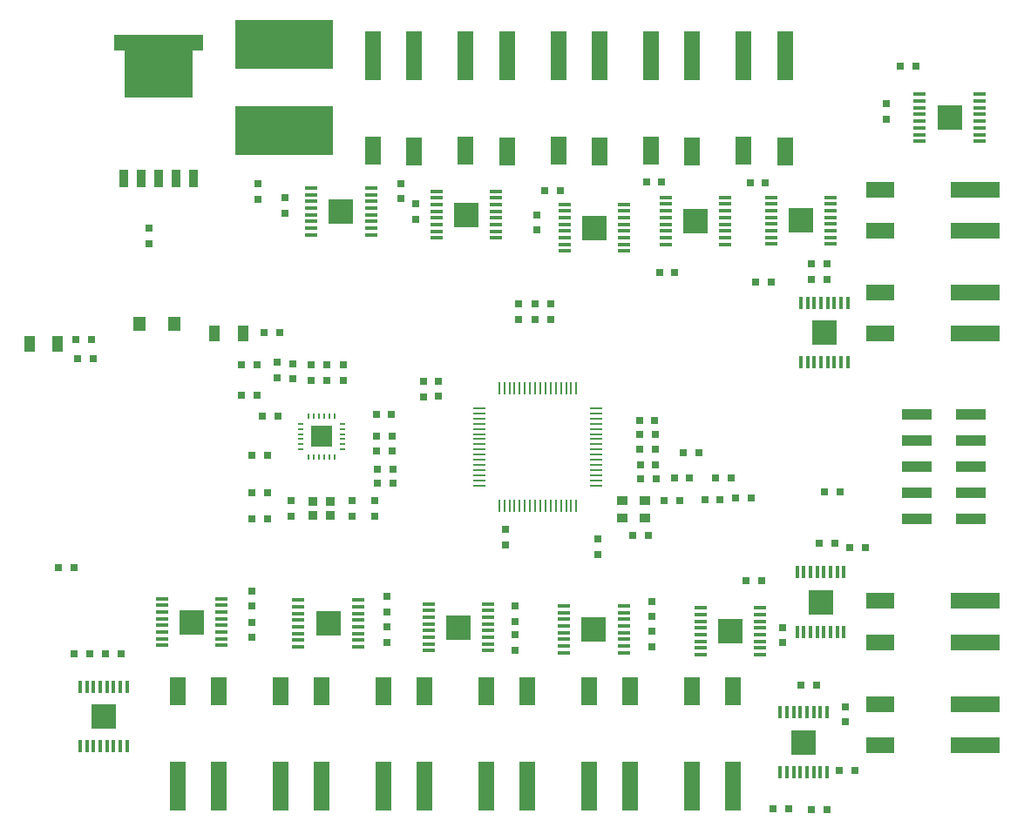
<source format=gtp>
G04 #@! TF.FileFunction,Paste,Top*
%FSLAX46Y46*%
G04 Gerber Fmt 4.6, Leading zero omitted, Abs format (unit mm)*
G04 Created by KiCad (PCBNEW 4.0.7-e2-6376~58~ubuntu16.04.1) date Mon Aug 27 17:08:27 2018*
%MOMM*%
%LPD*%
G01*
G04 APERTURE LIST*
%ADD10C,0.050000*%
%ADD11R,0.719328X0.800608*%
%ADD12R,0.720000X0.800000*%
%ADD13R,0.800608X0.719328*%
%ADD14R,0.800000X0.720000*%
%ADD15R,1.000000X1.600000*%
%ADD16R,1.216000X1.344000*%
%ADD17R,2.848000X1.016000*%
%ADD18R,1.600000X2.800000*%
%ADD19R,1.600000X4.800000*%
%ADD20R,2.800000X1.600000*%
%ADD21R,4.800000X1.600000*%
%ADD22R,9.600000X4.800000*%
%ADD23R,2.400000X2.400000*%
%ADD24R,1.200000X0.360000*%
%ADD25R,0.360000X1.200000*%
%ADD26R,1.999488X1.999488*%
%ADD27O,0.640080X0.199136*%
%ADD28O,0.199136X0.640080*%
%ADD29R,8.640000X1.528000*%
%ADD30R,0.856000X1.728000*%
%ADD31R,6.664000X5.592000*%
%ADD32R,1.120000X0.960000*%
%ADD33R,0.960000X0.880000*%
%ADD34R,1.200000X0.240000*%
%ADD35R,0.240000X1.200000*%
G04 APERTURE END LIST*
D10*
D11*
X149818160Y-80020000D03*
D12*
X151321840Y-80020000D03*
D13*
X128325000Y-92101840D03*
D14*
X128325000Y-90598160D03*
D13*
X126925000Y-92126840D03*
D14*
X126925000Y-90623160D03*
D11*
X149451840Y-98725000D03*
D12*
X147948160Y-98725000D03*
D13*
X134830000Y-106501840D03*
D14*
X134830000Y-104998160D03*
D11*
X147898160Y-95825000D03*
D12*
X149401840Y-95825000D03*
D11*
X149376840Y-94425000D03*
D12*
X147873160Y-94425000D03*
D13*
X143870000Y-107451840D03*
D14*
X143870000Y-105948160D03*
D13*
X136125000Y-83098160D03*
D14*
X136125000Y-84601840D03*
D11*
X158751840Y-102000000D03*
D12*
X157248160Y-102000000D03*
D13*
X137700000Y-83123160D03*
D14*
X137700000Y-84626840D03*
D11*
X151776840Y-102250000D03*
D12*
X150273160Y-102250000D03*
D11*
X148726840Y-105575000D03*
D12*
X147223160Y-105575000D03*
D11*
X151248160Y-100000000D03*
D12*
X152751840Y-100000000D03*
D13*
X137922000Y-74432160D03*
D14*
X137922000Y-75935840D03*
D11*
X148538160Y-71280000D03*
D12*
X150041840Y-71280000D03*
D11*
X138678160Y-72100000D03*
D12*
X140181840Y-72100000D03*
D13*
X126120000Y-73338160D03*
D14*
X126120000Y-74841840D03*
D13*
X113400000Y-72748160D03*
D14*
X113400000Y-74251840D03*
D13*
X124714000Y-72887840D03*
D14*
X124714000Y-71384160D03*
D13*
X110800000Y-72951840D03*
D14*
X110800000Y-71448160D03*
D11*
X166851840Y-106370000D03*
D12*
X165348160Y-106370000D03*
D13*
X166100000Y-79188160D03*
D14*
X166100000Y-80691840D03*
D11*
X168288160Y-106760000D03*
D12*
X169791840Y-106760000D03*
D13*
X164560000Y-80701840D03*
D14*
X164560000Y-79198160D03*
D13*
X171900000Y-63638160D03*
D14*
X171900000Y-65141840D03*
D11*
X160671840Y-81000000D03*
D12*
X159168160Y-81000000D03*
D11*
X173248160Y-60000000D03*
D12*
X174751840Y-60000000D03*
D11*
X158618160Y-71330000D03*
D12*
X160121840Y-71330000D03*
D13*
X135790000Y-116761840D03*
D14*
X135790000Y-115258160D03*
D13*
X149110000Y-116421840D03*
D14*
X149110000Y-114918160D03*
D13*
X135760000Y-112498160D03*
D14*
X135760000Y-114001840D03*
D13*
X149098000Y-112024160D03*
D14*
X149098000Y-113527840D03*
D13*
X161798000Y-116067840D03*
D14*
X161798000Y-114564160D03*
D11*
X165089840Y-120142000D03*
D12*
X163586160Y-120142000D03*
D11*
X159751840Y-110000000D03*
D12*
X158248160Y-110000000D03*
D13*
X167910000Y-123771840D03*
D14*
X167910000Y-122268160D03*
D11*
X97525840Y-117094000D03*
D12*
X96022160Y-117094000D03*
D13*
X110236000Y-115559840D03*
D14*
X110236000Y-114056160D03*
D13*
X123380000Y-116031840D03*
D14*
X123380000Y-114528160D03*
D11*
X92974160Y-117094000D03*
D12*
X94477840Y-117094000D03*
D13*
X110236000Y-111008160D03*
D14*
X110236000Y-112511840D03*
D13*
X123360000Y-113061840D03*
D14*
X123360000Y-111558160D03*
D11*
X160878160Y-132200000D03*
D12*
X162381840Y-132200000D03*
D13*
X114200000Y-88898160D03*
D14*
X114200000Y-90401840D03*
D11*
X110751840Y-89000000D03*
D12*
X109248160Y-89000000D03*
D11*
X123921840Y-99160000D03*
D12*
X122418160Y-99160000D03*
D11*
X111248160Y-94000000D03*
D12*
X112751840Y-94000000D03*
D13*
X114000000Y-102248160D03*
D14*
X114000000Y-103751840D03*
D11*
X110751840Y-92000000D03*
D12*
X109248160Y-92000000D03*
D11*
X123851840Y-97425000D03*
D12*
X122348160Y-97425000D03*
D13*
X120000000Y-103751840D03*
D14*
X120000000Y-102248160D03*
D13*
X119100000Y-88998160D03*
D14*
X119100000Y-90501840D03*
D11*
X111751840Y-97800000D03*
D12*
X110248160Y-97800000D03*
D11*
X110248160Y-101500000D03*
D12*
X111751840Y-101500000D03*
D15*
X88625000Y-87000000D03*
X91375000Y-87000000D03*
D16*
X102700000Y-85000000D03*
X99300000Y-85000000D03*
D15*
X106625000Y-86000000D03*
X109375000Y-86000000D03*
D17*
X174835000Y-96390000D03*
X174835000Y-93850000D03*
X180045000Y-93850000D03*
X180045000Y-96390000D03*
X180045000Y-104030000D03*
X180045000Y-101490000D03*
X180045000Y-98950000D03*
X174835000Y-98950000D03*
X174835000Y-101490000D03*
X174835000Y-104030000D03*
D18*
X127000000Y-120800000D03*
D19*
X127000000Y-130000000D03*
X123000000Y-130000000D03*
D18*
X123000000Y-120750000D03*
X122000000Y-68200000D03*
D19*
X122000000Y-59000000D03*
X126000000Y-59000000D03*
D18*
X126000000Y-68250000D03*
D20*
X171300000Y-122000000D03*
D21*
X180500000Y-122000000D03*
X180500000Y-126000000D03*
D20*
X171250000Y-126000000D03*
D18*
X158000000Y-68200000D03*
D19*
X158000000Y-59000000D03*
X162000000Y-59000000D03*
D18*
X162000000Y-68250000D03*
X117000000Y-120800000D03*
D19*
X117000000Y-130000000D03*
X113000000Y-130000000D03*
D18*
X113000000Y-120750000D03*
X131000000Y-68200000D03*
D19*
X131000000Y-59000000D03*
X135000000Y-59000000D03*
D18*
X135000000Y-68250000D03*
X157000000Y-120800000D03*
D19*
X157000000Y-130000000D03*
X153000000Y-130000000D03*
D18*
X153000000Y-120750000D03*
D20*
X171300000Y-72000000D03*
D21*
X180500000Y-72000000D03*
X180500000Y-76000000D03*
D20*
X171250000Y-76000000D03*
D18*
X107000000Y-120800000D03*
D19*
X107000000Y-130000000D03*
X103000000Y-130000000D03*
D18*
X103000000Y-120750000D03*
X140000000Y-68200000D03*
D19*
X140000000Y-59000000D03*
X144000000Y-59000000D03*
D18*
X144000000Y-68250000D03*
X147000000Y-120800000D03*
D19*
X147000000Y-130000000D03*
X143000000Y-130000000D03*
D18*
X143000000Y-120750000D03*
D20*
X171300000Y-82000000D03*
D21*
X180500000Y-82000000D03*
X180500000Y-86000000D03*
D20*
X171250000Y-86000000D03*
D18*
X149000000Y-68200000D03*
D19*
X149000000Y-59000000D03*
X153000000Y-59000000D03*
D18*
X153000000Y-68250000D03*
X137000000Y-120800000D03*
D19*
X137000000Y-130000000D03*
X133000000Y-130000000D03*
D18*
X133000000Y-120750000D03*
D20*
X171300000Y-112000000D03*
D21*
X180500000Y-112000000D03*
X180500000Y-116000000D03*
D20*
X171250000Y-116000000D03*
D11*
X149401840Y-97225000D03*
X147898160Y-97225000D03*
D13*
X139275000Y-84626840D03*
X139275000Y-83123160D03*
X112650000Y-90301840D03*
X112650000Y-88798160D03*
D22*
X113350000Y-57830000D03*
X113350000Y-66230000D03*
D11*
X155248160Y-100000000D03*
X156751840Y-100000000D03*
X155726840Y-102150000D03*
X154223160Y-102150000D03*
X153676840Y-97550000D03*
X152173160Y-97550000D03*
X167375840Y-101346000D03*
X165872160Y-101346000D03*
X167288160Y-128490000D03*
X168791840Y-128490000D03*
X166071840Y-132320000D03*
X164568160Y-132320000D03*
X123801840Y-93850000D03*
X122298160Y-93850000D03*
X123951840Y-100570000D03*
X122448160Y-100570000D03*
X123826840Y-96000000D03*
X122323160Y-96000000D03*
D13*
X122150000Y-103751840D03*
X122150000Y-102248160D03*
X115950000Y-90501840D03*
X115950000Y-88998160D03*
D11*
X147973160Y-100075000D03*
X149476840Y-100075000D03*
D13*
X117500000Y-90501840D03*
X117500000Y-88998160D03*
D11*
X92953840Y-108712000D03*
X91450160Y-108712000D03*
X94811840Y-88440000D03*
X93308160Y-88440000D03*
X94641840Y-86550000D03*
X93138160Y-86550000D03*
D13*
X100200000Y-77251840D03*
X100200000Y-75748160D03*
D11*
X112951840Y-85900000D03*
X111448160Y-85900000D03*
D23*
X153310000Y-75020000D03*
D24*
X150410000Y-76645000D03*
X150410000Y-77295000D03*
X150410000Y-75995000D03*
X150410000Y-75345000D03*
X150410000Y-72745000D03*
X150410000Y-73395000D03*
X150410000Y-74695000D03*
X150410000Y-74045000D03*
X156210000Y-74045000D03*
X156210000Y-74695000D03*
X156210000Y-73395000D03*
X156210000Y-72745000D03*
X156210000Y-75345000D03*
X156210000Y-75995000D03*
X156210000Y-77295000D03*
X156210000Y-76645000D03*
D23*
X143510000Y-75692000D03*
D24*
X140610000Y-77317000D03*
X140610000Y-77967000D03*
X140610000Y-76667000D03*
X140610000Y-76017000D03*
X140610000Y-73417000D03*
X140610000Y-74067000D03*
X140610000Y-75367000D03*
X140610000Y-74717000D03*
X146410000Y-74717000D03*
X146410000Y-75367000D03*
X146410000Y-74067000D03*
X146410000Y-73417000D03*
X146410000Y-76017000D03*
X146410000Y-76667000D03*
X146410000Y-77967000D03*
X146410000Y-77317000D03*
D23*
X131064000Y-74422000D03*
D24*
X128164000Y-76047000D03*
X128164000Y-76697000D03*
X128164000Y-75397000D03*
X128164000Y-74747000D03*
X128164000Y-72147000D03*
X128164000Y-72797000D03*
X128164000Y-74097000D03*
X128164000Y-73447000D03*
X133964000Y-73447000D03*
X133964000Y-74097000D03*
X133964000Y-72797000D03*
X133964000Y-72147000D03*
X133964000Y-74747000D03*
X133964000Y-75397000D03*
X133964000Y-76697000D03*
X133964000Y-76047000D03*
D23*
X118900000Y-74100000D03*
D24*
X116000000Y-75725000D03*
X116000000Y-76375000D03*
X116000000Y-75075000D03*
X116000000Y-74425000D03*
X116000000Y-71825000D03*
X116000000Y-72475000D03*
X116000000Y-73775000D03*
X116000000Y-73125000D03*
X121800000Y-73125000D03*
X121800000Y-73775000D03*
X121800000Y-72475000D03*
X121800000Y-71825000D03*
X121800000Y-74425000D03*
X121800000Y-75075000D03*
X121800000Y-76375000D03*
X121800000Y-75725000D03*
D23*
X165470000Y-112090000D03*
D25*
X163845000Y-109190000D03*
X163195000Y-109190000D03*
X164495000Y-109190000D03*
X165145000Y-109190000D03*
X167745000Y-109190000D03*
X167095000Y-109190000D03*
X165795000Y-109190000D03*
X166445000Y-109190000D03*
X166445000Y-114990000D03*
X165795000Y-114990000D03*
X167095000Y-114990000D03*
X167745000Y-114990000D03*
X165145000Y-114990000D03*
X164495000Y-114990000D03*
X163195000Y-114990000D03*
X163845000Y-114990000D03*
D23*
X165825000Y-85875000D03*
D25*
X164200000Y-82975000D03*
X163550000Y-82975000D03*
X164850000Y-82975000D03*
X165500000Y-82975000D03*
X168100000Y-82975000D03*
X167450000Y-82975000D03*
X166150000Y-82975000D03*
X166800000Y-82975000D03*
X166800000Y-88775000D03*
X166150000Y-88775000D03*
X167450000Y-88775000D03*
X168100000Y-88775000D03*
X165500000Y-88775000D03*
X164850000Y-88775000D03*
X163550000Y-88775000D03*
X164200000Y-88775000D03*
D23*
X178000000Y-65000000D03*
D24*
X175100000Y-66625000D03*
X175100000Y-67275000D03*
X175100000Y-65975000D03*
X175100000Y-65325000D03*
X175100000Y-62725000D03*
X175100000Y-63375000D03*
X175100000Y-64675000D03*
X175100000Y-64025000D03*
X180900000Y-64025000D03*
X180900000Y-64675000D03*
X180900000Y-63375000D03*
X180900000Y-62725000D03*
X180900000Y-65325000D03*
X180900000Y-65975000D03*
X180900000Y-67275000D03*
X180900000Y-66625000D03*
D23*
X163575000Y-75000000D03*
D24*
X160675000Y-76625000D03*
X160675000Y-77275000D03*
X160675000Y-75975000D03*
X160675000Y-75325000D03*
X160675000Y-72725000D03*
X160675000Y-73375000D03*
X160675000Y-74675000D03*
X160675000Y-74025000D03*
X166475000Y-74025000D03*
X166475000Y-74675000D03*
X166475000Y-73375000D03*
X166475000Y-72725000D03*
X166475000Y-75325000D03*
X166475000Y-75975000D03*
X166475000Y-77275000D03*
X166475000Y-76625000D03*
D23*
X130302000Y-114554000D03*
D24*
X133202000Y-112929000D03*
X133202000Y-112279000D03*
X133202000Y-113579000D03*
X133202000Y-114229000D03*
X133202000Y-116829000D03*
X133202000Y-116179000D03*
X133202000Y-114879000D03*
X133202000Y-115529000D03*
X127402000Y-115529000D03*
X127402000Y-114879000D03*
X127402000Y-116179000D03*
X127402000Y-116829000D03*
X127402000Y-114229000D03*
X127402000Y-113579000D03*
X127402000Y-112279000D03*
X127402000Y-112929000D03*
D23*
X143440000Y-114750000D03*
D24*
X146340000Y-113125000D03*
X146340000Y-112475000D03*
X146340000Y-113775000D03*
X146340000Y-114425000D03*
X146340000Y-117025000D03*
X146340000Y-116375000D03*
X146340000Y-115075000D03*
X146340000Y-115725000D03*
X140540000Y-115725000D03*
X140540000Y-115075000D03*
X140540000Y-116375000D03*
X140540000Y-117025000D03*
X140540000Y-114425000D03*
X140540000Y-113775000D03*
X140540000Y-112475000D03*
X140540000Y-113125000D03*
D23*
X156690000Y-114950000D03*
D24*
X159590000Y-113325000D03*
X159590000Y-112675000D03*
X159590000Y-113975000D03*
X159590000Y-114625000D03*
X159590000Y-117225000D03*
X159590000Y-116575000D03*
X159590000Y-115275000D03*
X159590000Y-115925000D03*
X153790000Y-115925000D03*
X153790000Y-115275000D03*
X153790000Y-116575000D03*
X153790000Y-117225000D03*
X153790000Y-114625000D03*
X153790000Y-113975000D03*
X153790000Y-112675000D03*
X153790000Y-113325000D03*
D23*
X163830000Y-125730000D03*
D25*
X162205000Y-122830000D03*
X161555000Y-122830000D03*
X162855000Y-122830000D03*
X163505000Y-122830000D03*
X166105000Y-122830000D03*
X165455000Y-122830000D03*
X164155000Y-122830000D03*
X164805000Y-122830000D03*
X164805000Y-128630000D03*
X164155000Y-128630000D03*
X165455000Y-128630000D03*
X166105000Y-128630000D03*
X163505000Y-128630000D03*
X162855000Y-128630000D03*
X161555000Y-128630000D03*
X162205000Y-128630000D03*
D23*
X95825000Y-123225000D03*
D25*
X94200000Y-120325000D03*
X93550000Y-120325000D03*
X94850000Y-120325000D03*
X95500000Y-120325000D03*
X98100000Y-120325000D03*
X97450000Y-120325000D03*
X96150000Y-120325000D03*
X96800000Y-120325000D03*
X96800000Y-126125000D03*
X96150000Y-126125000D03*
X97450000Y-126125000D03*
X98100000Y-126125000D03*
X95500000Y-126125000D03*
X94850000Y-126125000D03*
X93550000Y-126125000D03*
X94200000Y-126125000D03*
D23*
X104394000Y-114046000D03*
D24*
X107294000Y-112421000D03*
X107294000Y-111771000D03*
X107294000Y-113071000D03*
X107294000Y-113721000D03*
X107294000Y-116321000D03*
X107294000Y-115671000D03*
X107294000Y-114371000D03*
X107294000Y-115021000D03*
X101494000Y-115021000D03*
X101494000Y-114371000D03*
X101494000Y-115671000D03*
X101494000Y-116321000D03*
X101494000Y-113721000D03*
X101494000Y-113071000D03*
X101494000Y-111771000D03*
X101494000Y-112421000D03*
D23*
X117650000Y-114180000D03*
D24*
X120550000Y-112555000D03*
X120550000Y-111905000D03*
X120550000Y-113205000D03*
X120550000Y-113855000D03*
X120550000Y-116455000D03*
X120550000Y-115805000D03*
X120550000Y-114505000D03*
X120550000Y-115155000D03*
X114750000Y-115155000D03*
X114750000Y-114505000D03*
X114750000Y-115805000D03*
X114750000Y-116455000D03*
X114750000Y-113855000D03*
X114750000Y-113205000D03*
X114750000Y-111905000D03*
X114750000Y-112555000D03*
D26*
X117000000Y-96000000D03*
D27*
X115001020Y-94750320D03*
X115001020Y-95250700D03*
X115001020Y-95751080D03*
X115001020Y-96248920D03*
X115001020Y-96749300D03*
X115001020Y-97249680D03*
D28*
X115750320Y-97998980D03*
X116250700Y-97998980D03*
X116751080Y-97998980D03*
X117248920Y-97998980D03*
X117749300Y-97998980D03*
X118249680Y-97998980D03*
D27*
X118998980Y-97249680D03*
X118998980Y-96749300D03*
X118998980Y-96248920D03*
X118998980Y-95751080D03*
X118998980Y-95250700D03*
X118998980Y-94750320D03*
D28*
X118249680Y-94001020D03*
X117749300Y-94001020D03*
X117248920Y-94001020D03*
X116751080Y-94001020D03*
X116250700Y-94001020D03*
X115750320Y-94001020D03*
D29*
X101160000Y-57690000D03*
D30*
X102860000Y-70900000D03*
X104560000Y-70900000D03*
X101160000Y-70900000D03*
X99460000Y-70900000D03*
X97760000Y-70900000D03*
D31*
X101160000Y-60225000D03*
X101160000Y-60225000D03*
D29*
X101160000Y-57690000D03*
D32*
X148425000Y-102225000D03*
X146225000Y-102225000D03*
X148425000Y-103925000D03*
X146225000Y-103925000D03*
D33*
X116150000Y-103700000D03*
X117850000Y-103700000D03*
X116150000Y-102300000D03*
X117850000Y-102300000D03*
D34*
X143700000Y-94750000D03*
X143700000Y-94250000D03*
X143700000Y-93250000D03*
X143700000Y-93750000D03*
D35*
X134750000Y-102700000D03*
X134250000Y-102700000D03*
X135750000Y-102700000D03*
X135250000Y-102700000D03*
D34*
X132300000Y-99250000D03*
X132300000Y-99750000D03*
X132300000Y-100250000D03*
X132300000Y-100750000D03*
D35*
X134250000Y-91300000D03*
X135750000Y-91300000D03*
X135250000Y-91300000D03*
X134750000Y-91300000D03*
D34*
X143700000Y-95750000D03*
X143700000Y-95250000D03*
X143700000Y-96250000D03*
X143700000Y-96750000D03*
D35*
X138750000Y-102700000D03*
X139250000Y-102700000D03*
X140250000Y-102700000D03*
X139750000Y-102700000D03*
X137250000Y-102700000D03*
X138250000Y-102700000D03*
X137750000Y-102700000D03*
X136250000Y-102700000D03*
X136750000Y-102700000D03*
D34*
X132300000Y-98750000D03*
X132300000Y-98250000D03*
D35*
X136750000Y-91300000D03*
X137250000Y-91300000D03*
X138250000Y-91300000D03*
X137750000Y-91300000D03*
X139250000Y-91300000D03*
X139750000Y-91300000D03*
X138750000Y-91300000D03*
X141250000Y-91300000D03*
X141750000Y-91300000D03*
X140750000Y-91300000D03*
X140250000Y-91300000D03*
D34*
X143700000Y-97250000D03*
X143700000Y-97750000D03*
X143700000Y-98750000D03*
X143700000Y-98250000D03*
X143700000Y-99750000D03*
X143700000Y-100250000D03*
X143700000Y-99250000D03*
D35*
X141250000Y-102700000D03*
X140750000Y-102700000D03*
X141750000Y-102700000D03*
D34*
X143700000Y-100750000D03*
X132300000Y-96250000D03*
X132300000Y-96750000D03*
X132300000Y-97750000D03*
X132300000Y-97250000D03*
X132300000Y-94750000D03*
X132300000Y-95750000D03*
X132300000Y-95250000D03*
X132300000Y-93750000D03*
X132300000Y-94250000D03*
X132300000Y-93250000D03*
D35*
X136250000Y-91300000D03*
D11*
X110248160Y-104000000D03*
X111751840Y-104000000D03*
M02*

</source>
